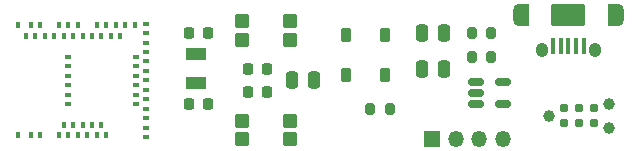
<source format=gbr>
%TF.GenerationSoftware,KiCad,Pcbnew,8.0.9*%
%TF.CreationDate,2025-03-20T13:35:36-07:00*%
%TF.ProjectId,bmbbmcp,626d6262-6d63-4702-9e6b-696361645f70,R1*%
%TF.SameCoordinates,Original*%
%TF.FileFunction,Soldermask,Top*%
%TF.FilePolarity,Negative*%
%FSLAX46Y46*%
G04 Gerber Fmt 4.6, Leading zero omitted, Abs format (unit mm)*
G04 Created by KiCad (PCBNEW 8.0.9) date 2025-03-20 13:35:36*
%MOMM*%
%LPD*%
G01*
G04 APERTURE LIST*
G04 Aperture macros list*
%AMRoundRect*
0 Rectangle with rounded corners*
0 $1 Rounding radius*
0 $2 $3 $4 $5 $6 $7 $8 $9 X,Y pos of 4 corners*
0 Add a 4 corners polygon primitive as box body*
4,1,4,$2,$3,$4,$5,$6,$7,$8,$9,$2,$3,0*
0 Add four circle primitives for the rounded corners*
1,1,$1+$1,$2,$3*
1,1,$1+$1,$4,$5*
1,1,$1+$1,$6,$7*
1,1,$1+$1,$8,$9*
0 Add four rect primitives between the rounded corners*
20,1,$1+$1,$2,$3,$4,$5,0*
20,1,$1+$1,$4,$5,$6,$7,0*
20,1,$1+$1,$6,$7,$8,$9,0*
20,1,$1+$1,$8,$9,$2,$3,0*%
G04 Aperture macros list end*
%ADD10RoundRect,0.225000X-0.225000X-0.250000X0.225000X-0.250000X0.225000X0.250000X-0.225000X0.250000X0*%
%ADD11RoundRect,0.250000X-0.250000X-0.475000X0.250000X-0.475000X0.250000X0.475000X-0.250000X0.475000X0*%
%ADD12RoundRect,0.102000X-0.450000X-0.500000X0.450000X-0.500000X0.450000X0.500000X-0.450000X0.500000X0*%
%ADD13RoundRect,0.200000X-0.200000X-0.275000X0.200000X-0.275000X0.200000X0.275000X-0.200000X0.275000X0*%
%ADD14RoundRect,0.100000X0.100000X0.575000X-0.100000X0.575000X-0.100000X-0.575000X0.100000X-0.575000X0*%
%ADD15O,1.000000X1.900000*%
%ADD16R,0.875000X1.900000*%
%ADD17O,1.050000X1.250000*%
%ADD18RoundRect,0.250000X1.200000X0.700000X-1.200000X0.700000X-1.200000X-0.700000X1.200000X-0.700000X0*%
%ADD19RoundRect,0.225000X-0.225000X-0.375000X0.225000X-0.375000X0.225000X0.375000X-0.225000X0.375000X0*%
%ADD20R,0.400000X0.600000*%
%ADD21R,0.600000X0.400000*%
%ADD22R,1.350000X1.350000*%
%ADD23O,1.350000X1.350000*%
%ADD24RoundRect,0.150000X-0.512500X-0.150000X0.512500X-0.150000X0.512500X0.150000X-0.512500X0.150000X0*%
%ADD25R,1.800000X1.000000*%
%ADD26C,0.990600*%
%ADD27C,0.787400*%
G04 APERTURE END LIST*
D10*
%TO.C,C5*%
X144365000Y-91915000D03*
X145915000Y-91915000D03*
%TD*%
D11*
%TO.C,C1*%
X148015000Y-92915000D03*
X149915000Y-92915000D03*
%TD*%
D12*
%TO.C,S1*%
X147915000Y-87915000D03*
X147915000Y-89515000D03*
X143815000Y-87915000D03*
X143815000Y-89515000D03*
%TD*%
D10*
%TO.C,C3*%
X139365000Y-88915000D03*
X140915000Y-88915000D03*
%TD*%
D13*
%TO.C,R2\u002C3*%
X163265000Y-88915000D03*
X164915000Y-88915000D03*
%TD*%
D14*
%TO.C,J1*%
X170155000Y-90040000D03*
X170805000Y-90040000D03*
X171455000Y-90040000D03*
X172105000Y-90040000D03*
X172755000Y-90040000D03*
D15*
X175630000Y-87365000D03*
D16*
X175192500Y-87365000D03*
D17*
X173680000Y-90365000D03*
D18*
X171455000Y-87365000D03*
D17*
X169230000Y-90365000D03*
D16*
X167717500Y-87365000D03*
D15*
X167280000Y-87365000D03*
%TD*%
D11*
%TO.C,C6*%
X159015000Y-88915000D03*
X160915000Y-88915000D03*
%TD*%
D13*
%TO.C,R2*%
X163265000Y-90915000D03*
X164915000Y-90915000D03*
%TD*%
D10*
%TO.C,C4*%
X139365000Y-94915000D03*
X140915000Y-94915000D03*
%TD*%
D13*
%TO.C,R1*%
X154660000Y-95365000D03*
X156310000Y-95365000D03*
%TD*%
D12*
%TO.C,S2*%
X147915000Y-96315000D03*
X147915000Y-97915000D03*
X143815000Y-96315000D03*
X143815000Y-97915000D03*
%TD*%
D19*
%TO.C,D2*%
X152615000Y-92435000D03*
X155915000Y-92435000D03*
%TD*%
D20*
%TO.C,U1*%
X124815000Y-97565000D03*
X125915000Y-97565000D03*
X126715000Y-97565000D03*
X128315000Y-97565000D03*
X128715000Y-96665000D03*
X129115000Y-97565000D03*
X129515000Y-96665000D03*
X129915000Y-97565000D03*
X130315000Y-96665000D03*
X130715000Y-97565000D03*
X131115000Y-96665000D03*
X131515000Y-97565000D03*
X131915000Y-96665000D03*
X132315000Y-97565000D03*
D21*
X135715000Y-97715000D03*
X135715000Y-96915000D03*
X135715000Y-96115000D03*
X135715000Y-95315000D03*
X134815000Y-94915000D03*
X135715000Y-94515000D03*
X134815000Y-94115000D03*
X135715000Y-93715000D03*
X134815000Y-93315000D03*
X135715000Y-92915000D03*
X134815000Y-92515000D03*
X135715000Y-92115000D03*
X134815000Y-91715000D03*
X135715000Y-91315000D03*
X134815000Y-90915000D03*
X135715000Y-90515000D03*
X135715000Y-89715000D03*
X135715000Y-88915000D03*
X135715000Y-88115000D03*
D20*
X134715000Y-88265000D03*
X133915000Y-88265000D03*
X133515000Y-89165000D03*
X133115000Y-88265000D03*
X132715000Y-89165000D03*
X132315000Y-88265000D03*
X131915000Y-89165000D03*
X131515000Y-88265000D03*
X131115000Y-89165000D03*
X130315000Y-89165000D03*
X129915000Y-88265000D03*
X129515000Y-89165000D03*
X129115000Y-88265000D03*
X128715000Y-89165000D03*
X128315000Y-88265000D03*
X127915000Y-89165000D03*
X127115000Y-89165000D03*
X126715000Y-88265000D03*
X126315000Y-89165000D03*
X125915000Y-88265000D03*
X125515000Y-89165000D03*
X124815000Y-88265000D03*
D21*
X129115000Y-94915000D03*
X129115000Y-94115000D03*
X129115000Y-93315000D03*
X129115000Y-92515000D03*
X129115000Y-91715000D03*
X129115000Y-90915000D03*
%TD*%
D11*
%TO.C,C7*%
X159015000Y-91925000D03*
X160915000Y-91925000D03*
%TD*%
D19*
%TO.C,D1*%
X152615000Y-89085000D03*
X155915000Y-89085000D03*
%TD*%
D22*
%TO.C,J3*%
X159915000Y-97915000D03*
D23*
X161915000Y-97915000D03*
X163915000Y-97915000D03*
X165915000Y-97915000D03*
%TD*%
D10*
%TO.C,C2*%
X144365000Y-93915000D03*
X145915000Y-93915000D03*
%TD*%
D24*
%TO.C,U2*%
X163640000Y-93015000D03*
X163640000Y-93965000D03*
X163640000Y-94915000D03*
X165915000Y-94915000D03*
X165915000Y-93015000D03*
%TD*%
D25*
%TO.C,Y1*%
X139915000Y-90665000D03*
X139915000Y-93165000D03*
%TD*%
D26*
%TO.C,J2*%
X169835000Y-95899000D03*
X174915000Y-94883000D03*
X174915000Y-96915000D03*
D27*
X171105000Y-96534000D03*
X171105000Y-95264000D03*
X172375000Y-96534000D03*
X172375000Y-95264000D03*
X173645000Y-96534000D03*
X173645000Y-95264000D03*
%TD*%
M02*

</source>
